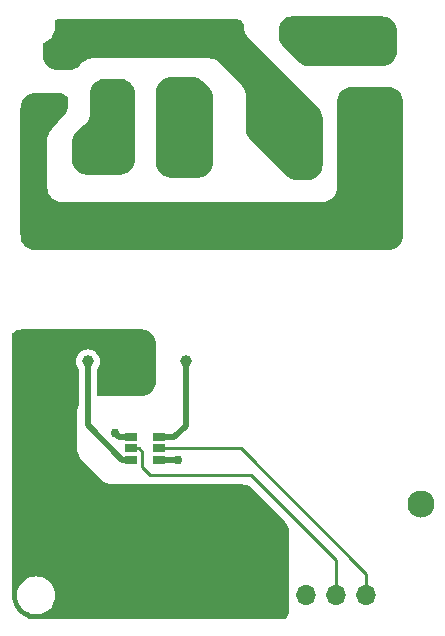
<source format=gbr>
%TF.GenerationSoftware,KiCad,Pcbnew,(5.99.0-11382-g00f1b609c4)*%
%TF.CreationDate,2021-08-15T08:59:13-05:00*%
%TF.ProjectId,reptile-monitor-power,72657074-696c-4652-9d6d-6f6e69746f72,1*%
%TF.SameCoordinates,Original*%
%TF.FileFunction,Copper,L1,Top*%
%TF.FilePolarity,Positive*%
%FSLAX46Y46*%
G04 Gerber Fmt 4.6, Leading zero omitted, Abs format (unit mm)*
G04 Created by KiCad (PCBNEW (5.99.0-11382-g00f1b609c4)) date 2021-08-15 08:59:13*
%MOMM*%
%LPD*%
G01*
G04 APERTURE LIST*
%TA.AperFunction,ComponentPad*%
%ADD10R,1.575000X1.575000*%
%TD*%
%TA.AperFunction,ComponentPad*%
%ADD11C,1.575000*%
%TD*%
%TA.AperFunction,ComponentPad*%
%ADD12R,1.000000X1.000000*%
%TD*%
%TA.AperFunction,ComponentPad*%
%ADD13C,2.167346*%
%TD*%
%TA.AperFunction,ComponentPad*%
%ADD14C,1.000000*%
%TD*%
%TA.AperFunction,ComponentPad*%
%ADD15R,1.700000X1.700000*%
%TD*%
%TA.AperFunction,ComponentPad*%
%ADD16O,1.700000X1.700000*%
%TD*%
%TA.AperFunction,ComponentPad*%
%ADD17R,2.000000X2.300000*%
%TD*%
%TA.AperFunction,ComponentPad*%
%ADD18C,2.300000*%
%TD*%
%TA.AperFunction,ComponentPad*%
%ADD19C,1.600000*%
%TD*%
%TA.AperFunction,ComponentPad*%
%ADD20C,1.875000*%
%TD*%
%TA.AperFunction,SMDPad,CuDef*%
%ADD21R,1.000000X0.700000*%
%TD*%
%TA.AperFunction,ViaPad*%
%ADD22C,0.762000*%
%TD*%
%TA.AperFunction,Conductor*%
%ADD23C,0.508000*%
%TD*%
%TA.AperFunction,Conductor*%
%ADD24C,0.254000*%
%TD*%
G04 APERTURE END LIST*
D10*
%TO.P,F1,1*%
%TO.N,/FUSED_AC_L*%
X158318200Y-59944000D03*
D11*
%TO.P,F1,2*%
%TO.N,LINE*%
X158318200Y-54864000D03*
%TD*%
D12*
%TO.P,K1,1,1*%
%TO.N,+5V*%
X137496982Y-81788000D03*
D13*
%TO.P,K1,2,NO*%
%TO.N,/LOAD2*%
X142196983Y-63287999D03*
%TO.P,K1,3,COM*%
%TO.N,/FUSED_AC_L*%
X142196983Y-70288000D03*
D14*
%TO.P,K1,4,4*%
%TO.N,RLY2*%
X142196983Y-81788000D03*
%TD*%
D15*
%TO.P,J4,1,Pin_1*%
%TO.N,+5V*%
X149870008Y-101600000D03*
D16*
%TO.P,J4,2,Pin_2*%
%TO.N,GND*%
X152410008Y-101600000D03*
%TO.P,J4,3,Pin_3*%
%TO.N,L2*%
X154950008Y-101600000D03*
%TO.P,J4,4,Pin_4*%
%TO.N,L1*%
X157490008Y-101600000D03*
%TD*%
D12*
%TO.P,K2,1,1*%
%TO.N,+5V*%
X129222003Y-81788005D03*
D13*
%TO.P,K2,2,NO*%
%TO.N,/LOAD1*%
X133922004Y-63288004D03*
%TO.P,K2,3,COM*%
%TO.N,/FUSED_AC_L*%
X133922004Y-70288005D03*
D14*
%TO.P,K2,4,4*%
%TO.N,RLY1*%
X133922004Y-81788005D03*
%TD*%
D17*
%TO.P,PS1,1,AC/L*%
%TO.N,/FUSED_AC_L*%
X156901995Y-64452490D03*
D18*
%TO.P,PS1,2,AC/N*%
%TO.N,NEUT*%
X151901995Y-64452490D03*
%TO.P,PS1,3,-Vout*%
%TO.N,GND*%
X162101995Y-93852490D03*
%TO.P,PS1,4,+Vout*%
%TO.N,+5V*%
X146701995Y-93852490D03*
%TD*%
D19*
%TO.P,RV1,1*%
%TO.N,NEUT*%
X132298200Y-55666000D03*
%TO.P,RV1,2*%
%TO.N,/FUSED_AC_L*%
X130998200Y-60666000D03*
%TD*%
D20*
%TO.P,J2,1,Pin_1*%
%TO.N,NEUT*%
X145404510Y-54383991D03*
%TO.P,J2,2,Pin_2*%
%TO.N,/LOAD2*%
X142904510Y-59383991D03*
%TD*%
%TO.P,J1,1,Pin_1*%
%TO.N,LINE*%
X152892989Y-54383991D03*
%TO.P,J1,2,Pin_2*%
%TO.N,NEUT*%
X150392989Y-59383991D03*
%TD*%
%TO.P,J3,1,Pin_1*%
%TO.N,NEUT*%
X137914507Y-54383991D03*
%TO.P,J3,2,Pin_2*%
%TO.N,/LOAD1*%
X135414507Y-59383991D03*
%TD*%
D21*
%TO.P,U1,1,1_Source*%
%TO.N,GND*%
X137560200Y-88204000D03*
%TO.P,U1,2,1_Gate*%
%TO.N,L2*%
X137560200Y-89154000D03*
%TO.P,U1,3,2_Drain*%
%TO.N,RLY1*%
X137560200Y-90104000D03*
%TO.P,U1,4,2_Source*%
%TO.N,GND*%
X139960200Y-90104000D03*
%TO.P,U1,5,2_Gate*%
%TO.N,L1*%
X139960200Y-89154000D03*
%TO.P,U1,6,1_Drain*%
%TO.N,RLY2*%
X139960200Y-88204000D03*
%TD*%
D22*
%TO.N,GND*%
X136220200Y-87884000D03*
X141554200Y-90170000D03*
%TD*%
D23*
%TO.N,GND*%
X139960200Y-90104000D02*
X141488200Y-90104000D01*
X136540200Y-88204000D02*
X136220200Y-87884000D01*
X141488200Y-90104000D02*
X141554200Y-90170000D01*
X137560200Y-88204000D02*
X136540200Y-88204000D01*
%TO.N,RLY2*%
X141234200Y-88204000D02*
X142196983Y-87241217D01*
X139960200Y-88204000D02*
X141234200Y-88204000D01*
X142196983Y-87241217D02*
X142196983Y-81788000D01*
%TO.N,RLY1*%
X133922004Y-87219804D02*
X133922004Y-81788005D01*
X136806200Y-90104000D02*
X133922004Y-87219804D01*
X137560200Y-90104000D02*
X136806200Y-90104000D01*
D24*
%TO.N,L2*%
X139177178Y-91440000D02*
X147771800Y-91440000D01*
X138221222Y-89154000D02*
X138506200Y-89438978D01*
X138506200Y-89438978D02*
X138506200Y-90769022D01*
X138506200Y-90769022D02*
X139177178Y-91440000D01*
X154950000Y-98618200D02*
X154950000Y-101600000D01*
X147771800Y-91440000D02*
X154950000Y-98618200D01*
X137560200Y-89154000D02*
X138221222Y-89154000D01*
%TO.N,L1*%
X157490000Y-99755800D02*
X157490000Y-101600000D01*
X146888200Y-89154000D02*
X157490000Y-99755800D01*
X139960200Y-89154000D02*
X146888200Y-89154000D01*
%TD*%
%TA.AperFunction,Conductor*%
%TO.N,NEUT*%
G36*
X146544889Y-52833078D02*
G01*
X146596076Y-52839817D01*
X146676970Y-52850467D01*
X146708741Y-52858980D01*
X146824124Y-52906773D01*
X146852610Y-52923219D01*
X146951693Y-52999248D01*
X146974952Y-53022507D01*
X147050981Y-53121590D01*
X147067427Y-53150076D01*
X147115220Y-53265459D01*
X147123733Y-53297230D01*
X147141122Y-53429309D01*
X147142200Y-53445756D01*
X147142200Y-53514092D01*
X147166841Y-53763050D01*
X147168654Y-53768996D01*
X147168655Y-53769001D01*
X147188407Y-53833779D01*
X147239806Y-54002347D01*
X147358265Y-54222698D01*
X147517622Y-54415552D01*
X149815954Y-56696340D01*
X150101647Y-56979852D01*
X153417157Y-60270053D01*
X153425535Y-60279229D01*
X153572991Y-60457680D01*
X153586840Y-60478278D01*
X153693490Y-60676662D01*
X153703032Y-60699575D01*
X153768723Y-60915016D01*
X153773588Y-60939355D01*
X153796387Y-61169707D01*
X153797000Y-61182117D01*
X153797000Y-65145493D01*
X153796521Y-65156474D01*
X153778667Y-65360552D01*
X153774853Y-65382182D01*
X153723263Y-65574718D01*
X153715751Y-65595357D01*
X153631508Y-65776015D01*
X153620532Y-65795026D01*
X153521478Y-65936489D01*
X153506196Y-65958314D01*
X153492078Y-65975138D01*
X153351138Y-66116078D01*
X153334314Y-66130196D01*
X153171026Y-66244532D01*
X153152015Y-66255508D01*
X153015716Y-66319066D01*
X152971357Y-66339751D01*
X152950717Y-66347263D01*
X152758178Y-66398854D01*
X152736555Y-66402666D01*
X152580516Y-66416318D01*
X152532474Y-66420521D01*
X152521493Y-66421000D01*
X151609721Y-66421000D01*
X151597407Y-66420397D01*
X151368810Y-66397948D01*
X151344652Y-66393157D01*
X151237690Y-66360811D01*
X151130726Y-66328464D01*
X151107965Y-66319067D01*
X150910705Y-66213992D01*
X150890209Y-66200348D01*
X150712361Y-66054988D01*
X150703208Y-66046728D01*
X147698439Y-63055704D01*
X147690091Y-63046534D01*
X147543162Y-62868231D01*
X147529364Y-62847657D01*
X147423114Y-62649560D01*
X147413608Y-62626684D01*
X147348169Y-62411624D01*
X147343322Y-62387331D01*
X147320610Y-62157414D01*
X147320000Y-62145028D01*
X147320000Y-59375021D01*
X147297245Y-59135691D01*
X147229797Y-58904937D01*
X147120072Y-58691028D01*
X146972002Y-58501629D01*
X145691180Y-57149521D01*
X145106671Y-56532480D01*
X145106663Y-56532472D01*
X145104898Y-56530609D01*
X145076364Y-56505010D01*
X144955268Y-56396373D01*
X144951456Y-56392953D01*
X144777766Y-56281935D01*
X144588403Y-56200478D01*
X144583433Y-56199242D01*
X144393328Y-56151966D01*
X144393323Y-56151965D01*
X144388356Y-56150730D01*
X144182897Y-56134000D01*
X134315200Y-56134000D01*
X134312302Y-56134269D01*
X134312291Y-56134270D01*
X134086832Y-56155237D01*
X134086831Y-56155237D01*
X134081015Y-56155778D01*
X133992181Y-56181148D01*
X133860484Y-56218760D01*
X133860480Y-56218761D01*
X133854862Y-56220366D01*
X133644496Y-56325549D01*
X133457134Y-56467719D01*
X133242891Y-56704138D01*
X133149135Y-56807598D01*
X133131932Y-56823363D01*
X132963238Y-56951368D01*
X132943427Y-56963689D01*
X132754018Y-57058394D01*
X132732273Y-57066851D01*
X132528650Y-57125005D01*
X132505720Y-57129307D01*
X132289018Y-57149459D01*
X132277351Y-57150000D01*
X131399707Y-57150000D01*
X131388726Y-57149521D01*
X131340684Y-57145318D01*
X131184645Y-57131666D01*
X131163022Y-57127854D01*
X130970483Y-57076263D01*
X130949843Y-57068751D01*
X130927007Y-57058102D01*
X130769185Y-56984508D01*
X130750174Y-56973532D01*
X130586886Y-56859196D01*
X130570062Y-56845078D01*
X130429122Y-56704138D01*
X130415004Y-56687314D01*
X130399722Y-56665489D01*
X130300668Y-56524026D01*
X130289692Y-56505015D01*
X130205449Y-56324357D01*
X130197937Y-56303718D01*
X130158727Y-56157383D01*
X130146346Y-56111178D01*
X130142533Y-56089552D01*
X130124679Y-55885474D01*
X130124200Y-55874493D01*
X130124200Y-54923235D01*
X130144202Y-54855114D01*
X130201981Y-54806827D01*
X130231094Y-54794768D01*
X130267928Y-54779511D01*
X130267932Y-54779509D01*
X130272502Y-54777616D01*
X130488376Y-54645328D01*
X130680898Y-54480898D01*
X130845328Y-54288376D01*
X130977616Y-54072502D01*
X131042277Y-53916398D01*
X131072611Y-53843164D01*
X131072612Y-53843162D01*
X131074505Y-53838591D01*
X131108176Y-53698341D01*
X131132454Y-53597216D01*
X131132455Y-53597210D01*
X131133609Y-53592403D01*
X131153474Y-53340000D01*
X131133609Y-53087597D01*
X131127115Y-53060545D01*
X131113006Y-53001778D01*
X131116553Y-52930870D01*
X131157873Y-52873136D01*
X131224543Y-52846843D01*
X131388725Y-52832479D01*
X131399707Y-52832000D01*
X146528444Y-52832000D01*
X146544889Y-52833078D01*
G37*
%TD.AperFunction*%
%TD*%
%TA.AperFunction,Conductor*%
%TO.N,LINE*%
G36*
X158831674Y-52578479D02*
G01*
X158879716Y-52582682D01*
X159035755Y-52596334D01*
X159057378Y-52600146D01*
X159207825Y-52640458D01*
X159249918Y-52651737D01*
X159270558Y-52659249D01*
X159451215Y-52743492D01*
X159470226Y-52754468D01*
X159497451Y-52773531D01*
X159633514Y-52868804D01*
X159650338Y-52882922D01*
X159791278Y-53023862D01*
X159805396Y-53040686D01*
X159919732Y-53203974D01*
X159930708Y-53222985D01*
X160004302Y-53380807D01*
X160014951Y-53403643D01*
X160022463Y-53424282D01*
X160074053Y-53616818D01*
X160077867Y-53638448D01*
X160095721Y-53842526D01*
X160096200Y-53853507D01*
X160096200Y-55493493D01*
X160095721Y-55504474D01*
X160077867Y-55708552D01*
X160074053Y-55730182D01*
X160022463Y-55922718D01*
X160014951Y-55943357D01*
X159930708Y-56124015D01*
X159919732Y-56143026D01*
X159820678Y-56284489D01*
X159805396Y-56306314D01*
X159791278Y-56323138D01*
X159650338Y-56464078D01*
X159633514Y-56478196D01*
X159470226Y-56592532D01*
X159451215Y-56603508D01*
X159313777Y-56667597D01*
X159270557Y-56687751D01*
X159249917Y-56695263D01*
X159057378Y-56746854D01*
X159035755Y-56750666D01*
X158879716Y-56764318D01*
X158831674Y-56768521D01*
X158820693Y-56769000D01*
X152624168Y-56769000D01*
X152611886Y-56768400D01*
X152430824Y-56750667D01*
X152383885Y-56746070D01*
X152359789Y-56741304D01*
X152146376Y-56676946D01*
X152123669Y-56667599D01*
X151926786Y-56563051D01*
X151906325Y-56549476D01*
X151728680Y-56404816D01*
X151719537Y-56396597D01*
X150494323Y-55182017D01*
X150485935Y-55172839D01*
X150338298Y-54994336D01*
X150324432Y-54973730D01*
X150217643Y-54775245D01*
X150208092Y-54752325D01*
X150142315Y-54536756D01*
X150137444Y-54512412D01*
X150114613Y-54281888D01*
X150114000Y-54269470D01*
X150114000Y-53697685D01*
X150114607Y-53685335D01*
X150134179Y-53486620D01*
X150138998Y-53462394D01*
X150195160Y-53277254D01*
X150204612Y-53254434D01*
X150295808Y-53083817D01*
X150309531Y-53063279D01*
X150432264Y-52913729D01*
X150449729Y-52896264D01*
X150599279Y-52773531D01*
X150619817Y-52759808D01*
X150790434Y-52668612D01*
X150813254Y-52659160D01*
X150998394Y-52602998D01*
X151022619Y-52598179D01*
X151221335Y-52578607D01*
X151233685Y-52578000D01*
X158820693Y-52578000D01*
X158831674Y-52578479D01*
G37*
%TD.AperFunction*%
%TD*%
%TA.AperFunction,Conductor*%
%TO.N,/FUSED_AC_L*%
G36*
X159339674Y-58547479D02*
G01*
X159387716Y-58551682D01*
X159543755Y-58565334D01*
X159565378Y-58569146D01*
X159715825Y-58609458D01*
X159757918Y-58620737D01*
X159778558Y-58628249D01*
X159959215Y-58712492D01*
X159978226Y-58723468D01*
X160119689Y-58822522D01*
X160141514Y-58837804D01*
X160158338Y-58851922D01*
X160299278Y-58992862D01*
X160313396Y-59009686D01*
X160427732Y-59172974D01*
X160438708Y-59191985D01*
X160457121Y-59231471D01*
X160522951Y-59372643D01*
X160530463Y-59393282D01*
X160561379Y-59508660D01*
X160582053Y-59585818D01*
X160585866Y-59607445D01*
X160592299Y-59680969D01*
X160603721Y-59811526D01*
X160604200Y-59822507D01*
X160604200Y-71114493D01*
X160603721Y-71125474D01*
X160585867Y-71329552D01*
X160582053Y-71351182D01*
X160530463Y-71543718D01*
X160522951Y-71564357D01*
X160438708Y-71745015D01*
X160427732Y-71764026D01*
X160328678Y-71905489D01*
X160313396Y-71927314D01*
X160299278Y-71944138D01*
X160158338Y-72085078D01*
X160141514Y-72099196D01*
X159978226Y-72213532D01*
X159959215Y-72224508D01*
X159801393Y-72298102D01*
X159778557Y-72308751D01*
X159757917Y-72316263D01*
X159565378Y-72367854D01*
X159543755Y-72371666D01*
X159387716Y-72385318D01*
X159339674Y-72389521D01*
X159328693Y-72390000D01*
X129494707Y-72390000D01*
X129483726Y-72389521D01*
X129435684Y-72385318D01*
X129279645Y-72371666D01*
X129258022Y-72367854D01*
X129065483Y-72316263D01*
X129044843Y-72308751D01*
X129022007Y-72298102D01*
X128864185Y-72224508D01*
X128845174Y-72213532D01*
X128681886Y-72099196D01*
X128665062Y-72085078D01*
X128524122Y-71944138D01*
X128510004Y-71927314D01*
X128494722Y-71905489D01*
X128395668Y-71764026D01*
X128384692Y-71745015D01*
X128300449Y-71564357D01*
X128292937Y-71543718D01*
X128241347Y-71351182D01*
X128237533Y-71329552D01*
X128219679Y-71125474D01*
X128219200Y-71114493D01*
X128219200Y-60330507D01*
X128219679Y-60319526D01*
X128237533Y-60115448D01*
X128241347Y-60093818D01*
X128243896Y-60084308D01*
X128292937Y-59901282D01*
X128300449Y-59880643D01*
X128333404Y-59809971D01*
X128384692Y-59699985D01*
X128395668Y-59680974D01*
X128510004Y-59517686D01*
X128524122Y-59500862D01*
X128665062Y-59359922D01*
X128681886Y-59345804D01*
X128703711Y-59330522D01*
X128845174Y-59231468D01*
X128864185Y-59220492D01*
X129044842Y-59136249D01*
X129065482Y-59128737D01*
X129107575Y-59117458D01*
X129258022Y-59077146D01*
X129279645Y-59073334D01*
X129435684Y-59059682D01*
X129483726Y-59055479D01*
X129494707Y-59055000D01*
X131514121Y-59055000D01*
X131528229Y-59055792D01*
X131676657Y-59072516D01*
X131704163Y-59078794D01*
X131838416Y-59125772D01*
X131863835Y-59138013D01*
X131984282Y-59213694D01*
X132006342Y-59231287D01*
X132106913Y-59331858D01*
X132124506Y-59353918D01*
X132200187Y-59474365D01*
X132212428Y-59499784D01*
X132250102Y-59607448D01*
X132259405Y-59634035D01*
X132265684Y-59661543D01*
X132282408Y-59809971D01*
X132283200Y-59824079D01*
X132283200Y-60072498D01*
X132282645Y-60084308D01*
X132261998Y-60303624D01*
X132257590Y-60326829D01*
X132198024Y-60532734D01*
X132189363Y-60554707D01*
X132092416Y-60745878D01*
X132079805Y-60765850D01*
X131945257Y-60940268D01*
X131937605Y-60949280D01*
X130846760Y-62118043D01*
X130701348Y-62306544D01*
X130698671Y-62311823D01*
X130698669Y-62311826D01*
X130596346Y-62513598D01*
X130596344Y-62513603D01*
X130593672Y-62518872D01*
X130527514Y-62747565D01*
X130505200Y-62984587D01*
X130505200Y-67056000D01*
X130524494Y-67276533D01*
X130581790Y-67490366D01*
X130584112Y-67495346D01*
X130584113Y-67495348D01*
X130673022Y-67686013D01*
X130673025Y-67686018D01*
X130675348Y-67691000D01*
X130802324Y-67872340D01*
X130958860Y-68028876D01*
X130963368Y-68032033D01*
X130963371Y-68032035D01*
X131038828Y-68084871D01*
X131140200Y-68155852D01*
X131145182Y-68158175D01*
X131145187Y-68158178D01*
X131335852Y-68247087D01*
X131340834Y-68249410D01*
X131346142Y-68250832D01*
X131346144Y-68250833D01*
X131549352Y-68305282D01*
X131549354Y-68305282D01*
X131554667Y-68306706D01*
X131682837Y-68317919D01*
X131772476Y-68325762D01*
X131772483Y-68325762D01*
X131775200Y-68326000D01*
X153746200Y-68326000D01*
X153748917Y-68325762D01*
X153748924Y-68325762D01*
X153838563Y-68317919D01*
X153966733Y-68306706D01*
X153972046Y-68305282D01*
X153972048Y-68305282D01*
X154175256Y-68250833D01*
X154175258Y-68250832D01*
X154180566Y-68249410D01*
X154185548Y-68247087D01*
X154376213Y-68158178D01*
X154376218Y-68158175D01*
X154381200Y-68155852D01*
X154482572Y-68084871D01*
X154558029Y-68032035D01*
X154558032Y-68032033D01*
X154562540Y-68028876D01*
X154719076Y-67872340D01*
X154846052Y-67691000D01*
X154848375Y-67686018D01*
X154848378Y-67686013D01*
X154937287Y-67495348D01*
X154937288Y-67495346D01*
X154939610Y-67490366D01*
X154996906Y-67276533D01*
X155016200Y-67056000D01*
X155016200Y-59822507D01*
X155016679Y-59811526D01*
X155028101Y-59680969D01*
X155034534Y-59607445D01*
X155038347Y-59585818D01*
X155059022Y-59508660D01*
X155089937Y-59393282D01*
X155097449Y-59372643D01*
X155163279Y-59231471D01*
X155181692Y-59191985D01*
X155192668Y-59172974D01*
X155307004Y-59009686D01*
X155321122Y-58992862D01*
X155462062Y-58851922D01*
X155478886Y-58837804D01*
X155500711Y-58822522D01*
X155642174Y-58723468D01*
X155661185Y-58712492D01*
X155841842Y-58628249D01*
X155862482Y-58620737D01*
X155904575Y-58609458D01*
X156055022Y-58569146D01*
X156076645Y-58565334D01*
X156232684Y-58551682D01*
X156280726Y-58547479D01*
X156291707Y-58547000D01*
X159328693Y-58547000D01*
X159339674Y-58547479D01*
G37*
%TD.AperFunction*%
%TD*%
%TA.AperFunction,Conductor*%
%TO.N,/LOAD1*%
G36*
X136642474Y-57846475D02*
G01*
X136690516Y-57850678D01*
X136846555Y-57864330D01*
X136868178Y-57868142D01*
X137018625Y-57908454D01*
X137060718Y-57919733D01*
X137081358Y-57927245D01*
X137262015Y-58011488D01*
X137281026Y-58022464D01*
X137422489Y-58121518D01*
X137444314Y-58136800D01*
X137461138Y-58150918D01*
X137602078Y-58291858D01*
X137616196Y-58308682D01*
X137730532Y-58471970D01*
X137741508Y-58490981D01*
X137815102Y-58648803D01*
X137825751Y-58671639D01*
X137833263Y-58692278D01*
X137884853Y-58884814D01*
X137888667Y-58906444D01*
X137906521Y-59110522D01*
X137907000Y-59121503D01*
X137907000Y-64698489D01*
X137906521Y-64709470D01*
X137888667Y-64913548D01*
X137884853Y-64935178D01*
X137833263Y-65127714D01*
X137825751Y-65148353D01*
X137741508Y-65329011D01*
X137730532Y-65348022D01*
X137631478Y-65489485D01*
X137616196Y-65511310D01*
X137602078Y-65528134D01*
X137461138Y-65669074D01*
X137444314Y-65683192D01*
X137281026Y-65797528D01*
X137262015Y-65808504D01*
X137104193Y-65882098D01*
X137081357Y-65892747D01*
X137060717Y-65900259D01*
X136868178Y-65951850D01*
X136846555Y-65955662D01*
X136690516Y-65969314D01*
X136642474Y-65973517D01*
X136631493Y-65973996D01*
X133848507Y-65973996D01*
X133837526Y-65973517D01*
X133789484Y-65969314D01*
X133633445Y-65955662D01*
X133611822Y-65951850D01*
X133419283Y-65900259D01*
X133398643Y-65892747D01*
X133375807Y-65882098D01*
X133217985Y-65808504D01*
X133198974Y-65797528D01*
X133035686Y-65683192D01*
X133018862Y-65669074D01*
X132877922Y-65528134D01*
X132863804Y-65511310D01*
X132848522Y-65489485D01*
X132749468Y-65348022D01*
X132738492Y-65329011D01*
X132654249Y-65148353D01*
X132646737Y-65127714D01*
X132595147Y-64935178D01*
X132591333Y-64913548D01*
X132573479Y-64709470D01*
X132573000Y-64698489D01*
X132573000Y-63272357D01*
X132573483Y-63261333D01*
X132591476Y-63056471D01*
X132595320Y-63034760D01*
X132647305Y-62841536D01*
X132654874Y-62820827D01*
X132739749Y-62639616D01*
X132750812Y-62620544D01*
X132865975Y-62456903D01*
X132880193Y-62440052D01*
X133026049Y-62295084D01*
X133034209Y-62287655D01*
X133637916Y-61784566D01*
X133640034Y-61782801D01*
X133797657Y-61626138D01*
X133925557Y-61444398D01*
X134019819Y-61243145D01*
X134077556Y-61028542D01*
X134097000Y-60807160D01*
X134097000Y-59121503D01*
X134097479Y-59110522D01*
X134115333Y-58906444D01*
X134119147Y-58884814D01*
X134170737Y-58692278D01*
X134178249Y-58671639D01*
X134188898Y-58648803D01*
X134262492Y-58490981D01*
X134273468Y-58471970D01*
X134387804Y-58308682D01*
X134401922Y-58291858D01*
X134542862Y-58150918D01*
X134559686Y-58136800D01*
X134581511Y-58121518D01*
X134722974Y-58022464D01*
X134741985Y-58011488D01*
X134922642Y-57927245D01*
X134943282Y-57919733D01*
X134985375Y-57908454D01*
X135135822Y-57868142D01*
X135157445Y-57864330D01*
X135313484Y-57850678D01*
X135361526Y-57846475D01*
X135372507Y-57845996D01*
X136631493Y-57845996D01*
X136642474Y-57846475D01*
G37*
%TD.AperFunction*%
%TD*%
%TA.AperFunction,Conductor*%
%TO.N,+5V*%
G36*
X138435474Y-79081479D02*
G01*
X138483516Y-79085682D01*
X138639555Y-79099334D01*
X138661178Y-79103146D01*
X138811625Y-79143458D01*
X138853718Y-79154737D01*
X138874358Y-79162249D01*
X139055015Y-79246492D01*
X139074026Y-79257468D01*
X139215489Y-79356522D01*
X139237314Y-79371804D01*
X139254138Y-79385922D01*
X139395078Y-79526862D01*
X139409196Y-79543686D01*
X139523532Y-79706974D01*
X139534508Y-79725985D01*
X139608102Y-79883807D01*
X139618751Y-79906643D01*
X139626263Y-79927282D01*
X139677853Y-80119818D01*
X139681667Y-80141448D01*
X139699521Y-80345526D01*
X139700000Y-80356507D01*
X139700000Y-83433493D01*
X139699521Y-83444474D01*
X139681667Y-83648552D01*
X139677853Y-83670182D01*
X139626263Y-83862718D01*
X139618751Y-83883357D01*
X139534508Y-84064015D01*
X139523532Y-84083026D01*
X139424478Y-84224489D01*
X139409196Y-84246314D01*
X139395078Y-84263138D01*
X139254138Y-84404078D01*
X139237314Y-84418196D01*
X139074026Y-84532532D01*
X139055015Y-84543508D01*
X138897193Y-84617102D01*
X138874357Y-84627751D01*
X138853718Y-84635263D01*
X138811625Y-84646542D01*
X138661178Y-84686854D01*
X138639555Y-84690666D01*
X138483516Y-84704318D01*
X138435474Y-84708521D01*
X138424493Y-84709000D01*
X134810504Y-84709000D01*
X134742383Y-84688998D01*
X134695890Y-84635342D01*
X134684504Y-84583000D01*
X134684504Y-82494981D01*
X134704506Y-82426860D01*
X134715123Y-82412650D01*
X134750082Y-82372150D01*
X134847773Y-82200184D01*
X134910201Y-82012518D01*
X134934989Y-81816300D01*
X134935384Y-81788005D01*
X134916084Y-81591172D01*
X134858920Y-81401836D01*
X134766070Y-81227209D01*
X134695713Y-81140943D01*
X134644964Y-81078718D01*
X134644961Y-81078715D01*
X134641069Y-81073943D01*
X134634728Y-81068697D01*
X134493429Y-80951804D01*
X134493425Y-80951802D01*
X134488679Y-80947875D01*
X134314705Y-80853807D01*
X134125772Y-80795323D01*
X134119647Y-80794679D01*
X134119646Y-80794679D01*
X133935208Y-80775294D01*
X133935206Y-80775294D01*
X133929079Y-80774650D01*
X133846580Y-80782158D01*
X133738255Y-80792016D01*
X133738252Y-80792017D01*
X133732116Y-80792575D01*
X133726210Y-80794313D01*
X133726206Y-80794314D01*
X133621080Y-80825254D01*
X133542385Y-80848415D01*
X133536927Y-80851268D01*
X133536923Y-80851270D01*
X133446151Y-80898725D01*
X133367114Y-80940045D01*
X133212979Y-81063973D01*
X133085850Y-81215479D01*
X133082883Y-81220877D01*
X133082879Y-81220882D01*
X133079404Y-81227204D01*
X132990571Y-81388792D01*
X132988710Y-81394659D01*
X132988709Y-81394661D01*
X132932631Y-81571441D01*
X132930769Y-81577311D01*
X132908723Y-81773856D01*
X132925272Y-81970939D01*
X132979787Y-82161055D01*
X133070191Y-82336961D01*
X133074017Y-82341788D01*
X133132250Y-82415261D01*
X133158887Y-82481071D01*
X133159504Y-82493525D01*
X133159504Y-85435823D01*
X133147698Y-85489074D01*
X133121790Y-85544634D01*
X133064494Y-85758467D01*
X133045200Y-85979000D01*
X133045200Y-89262949D01*
X133069603Y-89510713D01*
X133141873Y-89748957D01*
X133259234Y-89968523D01*
X133417174Y-90160974D01*
X135086226Y-91830026D01*
X135278677Y-91987966D01*
X135498243Y-92105327D01*
X135504163Y-92107123D01*
X135504166Y-92107124D01*
X135730565Y-92175801D01*
X135730569Y-92175802D01*
X135736487Y-92177597D01*
X135742650Y-92178204D01*
X135981171Y-92201697D01*
X135981178Y-92201697D01*
X135984251Y-92202000D01*
X146978512Y-92202000D01*
X146988626Y-92202407D01*
X147176695Y-92217552D01*
X147196650Y-92220787D01*
X147374942Y-92264621D01*
X147394134Y-92271011D01*
X147563114Y-92342811D01*
X147581031Y-92352188D01*
X147736342Y-92450103D01*
X147752532Y-92462230D01*
X147893977Y-92587095D01*
X147901288Y-92594091D01*
X150592212Y-95384679D01*
X150600149Y-95393741D01*
X150740152Y-95569979D01*
X150753278Y-95590216D01*
X150854305Y-95784502D01*
X150863335Y-95806876D01*
X150925473Y-96016860D01*
X150930072Y-96040541D01*
X150951621Y-96264558D01*
X150952200Y-96276623D01*
X150952200Y-102824493D01*
X150951721Y-102835474D01*
X150933871Y-103039511D01*
X150933867Y-103039552D01*
X150930054Y-103061178D01*
X150894879Y-103192454D01*
X150878463Y-103253718D01*
X150870951Y-103274357D01*
X150786708Y-103455015D01*
X150775732Y-103474026D01*
X150702739Y-103578271D01*
X150647282Y-103622599D01*
X150599526Y-103632000D01*
X129588425Y-103632000D01*
X129569395Y-103630555D01*
X129553674Y-103628153D01*
X129544805Y-103626798D01*
X129528584Y-103628966D01*
X129503986Y-103629827D01*
X129281532Y-103615831D01*
X129265127Y-103613711D01*
X129020577Y-103565611D01*
X129004591Y-103561360D01*
X128768440Y-103481636D01*
X128753149Y-103475328D01*
X128529486Y-103365361D01*
X128515153Y-103357104D01*
X128307824Y-103218785D01*
X128294696Y-103208722D01*
X128269295Y-103186456D01*
X128107262Y-103044426D01*
X128095569Y-103032733D01*
X127981078Y-102902117D01*
X127931278Y-102845304D01*
X127921215Y-102832176D01*
X127782895Y-102624847D01*
X127774638Y-102610513D01*
X127664669Y-102386845D01*
X127658361Y-102371555D01*
X127578640Y-102135413D01*
X127574389Y-102119427D01*
X127526288Y-101874873D01*
X127524168Y-101858468D01*
X127510622Y-101643175D01*
X127511702Y-101620343D01*
X127511758Y-101616604D01*
X127513165Y-101607735D01*
X127512176Y-101600000D01*
X127926526Y-101600000D01*
X127946391Y-101852403D01*
X127947545Y-101857210D01*
X127947546Y-101857216D01*
X127962144Y-101918021D01*
X128005495Y-102098591D01*
X128007388Y-102103162D01*
X128007389Y-102103164D01*
X128014126Y-102119427D01*
X128102384Y-102332502D01*
X128234672Y-102548376D01*
X128399102Y-102740898D01*
X128591624Y-102905328D01*
X128807498Y-103037616D01*
X128812068Y-103039509D01*
X128812072Y-103039511D01*
X129036836Y-103132611D01*
X129041409Y-103134505D01*
X129126032Y-103154821D01*
X129282784Y-103192454D01*
X129282790Y-103192455D01*
X129287597Y-103193609D01*
X129540000Y-103213474D01*
X129792403Y-103193609D01*
X129797210Y-103192455D01*
X129797216Y-103192454D01*
X129953968Y-103154821D01*
X130038591Y-103134505D01*
X130043164Y-103132611D01*
X130267928Y-103039511D01*
X130267932Y-103039509D01*
X130272502Y-103037616D01*
X130488376Y-102905328D01*
X130680898Y-102740898D01*
X130845328Y-102548376D01*
X130977616Y-102332502D01*
X131065875Y-102119427D01*
X131072611Y-102103164D01*
X131072612Y-102103162D01*
X131074505Y-102098591D01*
X131117856Y-101918021D01*
X131132454Y-101857216D01*
X131132455Y-101857210D01*
X131133609Y-101852403D01*
X131153474Y-101600000D01*
X131133609Y-101347597D01*
X131074505Y-101101409D01*
X130977616Y-100867498D01*
X130845328Y-100651624D01*
X130680898Y-100459102D01*
X130488376Y-100294672D01*
X130272502Y-100162384D01*
X130267932Y-100160491D01*
X130267928Y-100160489D01*
X130043164Y-100067389D01*
X130043162Y-100067388D01*
X130038591Y-100065495D01*
X129953968Y-100045179D01*
X129797216Y-100007546D01*
X129797210Y-100007545D01*
X129792403Y-100006391D01*
X129540000Y-99986526D01*
X129287597Y-100006391D01*
X129282790Y-100007545D01*
X129282784Y-100007546D01*
X129126032Y-100045179D01*
X129041409Y-100065495D01*
X129036838Y-100067388D01*
X129036836Y-100067389D01*
X128812072Y-100160489D01*
X128812068Y-100160491D01*
X128807498Y-100162384D01*
X128591624Y-100294672D01*
X128399102Y-100459102D01*
X128234672Y-100651624D01*
X128102384Y-100867498D01*
X128005495Y-101101409D01*
X127946391Y-101347597D01*
X127926526Y-101600000D01*
X127512176Y-101600000D01*
X127509018Y-101575302D01*
X127508000Y-101559321D01*
X127508000Y-79487974D01*
X127528002Y-79419853D01*
X127544905Y-79398879D01*
X127557862Y-79385922D01*
X127574686Y-79371804D01*
X127596511Y-79356522D01*
X127737974Y-79257468D01*
X127756985Y-79246492D01*
X127937642Y-79162249D01*
X127958282Y-79154737D01*
X128000375Y-79143458D01*
X128150822Y-79103146D01*
X128172445Y-79099334D01*
X128328484Y-79085682D01*
X128376526Y-79081479D01*
X128387507Y-79081000D01*
X138424493Y-79081000D01*
X138435474Y-79081479D01*
G37*
%TD.AperFunction*%
%TD*%
%TA.AperFunction,Conductor*%
%TO.N,/LOAD2*%
G36*
X142745776Y-57719583D02*
G01*
X142971231Y-57741414D01*
X142995067Y-57746073D01*
X143136547Y-57788229D01*
X143206300Y-57809013D01*
X143228796Y-57818158D01*
X143424030Y-57920457D01*
X143444343Y-57933741D01*
X143621111Y-58075436D01*
X143630192Y-58083464D01*
X144103669Y-58544639D01*
X144137619Y-58577707D01*
X144146176Y-58586917D01*
X144296831Y-58766238D01*
X144310989Y-58786980D01*
X144420064Y-58987070D01*
X144429826Y-59010207D01*
X144497051Y-59227943D01*
X144502032Y-59252557D01*
X144525373Y-59485606D01*
X144526000Y-59498163D01*
X144526000Y-64952489D01*
X144525521Y-64963470D01*
X144507667Y-65167548D01*
X144503853Y-65189178D01*
X144452263Y-65381714D01*
X144444751Y-65402353D01*
X144360508Y-65583011D01*
X144349532Y-65602022D01*
X144250478Y-65743485D01*
X144235196Y-65765310D01*
X144221078Y-65782134D01*
X144080138Y-65923074D01*
X144063314Y-65937192D01*
X143900026Y-66051528D01*
X143881015Y-66062504D01*
X143723193Y-66136098D01*
X143700357Y-66146747D01*
X143679717Y-66154259D01*
X143487178Y-66205850D01*
X143465555Y-66209662D01*
X143309516Y-66223314D01*
X143261474Y-66227517D01*
X143250493Y-66227996D01*
X140975507Y-66227996D01*
X140964526Y-66227517D01*
X140916484Y-66223314D01*
X140760445Y-66209662D01*
X140738822Y-66205850D01*
X140546283Y-66154259D01*
X140525643Y-66146747D01*
X140502807Y-66136098D01*
X140344985Y-66062504D01*
X140325974Y-66051528D01*
X140162686Y-65937192D01*
X140145862Y-65923074D01*
X140004922Y-65782134D01*
X139990804Y-65765310D01*
X139975522Y-65743485D01*
X139876468Y-65602022D01*
X139865492Y-65583011D01*
X139781249Y-65402353D01*
X139773737Y-65381714D01*
X139722147Y-65189178D01*
X139718333Y-65167548D01*
X139700479Y-64963470D01*
X139700000Y-64952489D01*
X139700000Y-58994503D01*
X139700479Y-58983522D01*
X139718333Y-58779444D01*
X139722147Y-58757814D01*
X139773737Y-58565278D01*
X139781249Y-58544639D01*
X139791898Y-58521803D01*
X139865492Y-58363981D01*
X139876468Y-58344970D01*
X139990804Y-58181682D01*
X140004922Y-58164858D01*
X140145862Y-58023918D01*
X140162686Y-58009800D01*
X140271299Y-57933748D01*
X140325974Y-57895464D01*
X140344985Y-57884488D01*
X140525642Y-57800245D01*
X140546282Y-57792733D01*
X140588375Y-57781454D01*
X140738822Y-57741142D01*
X140760445Y-57737330D01*
X140916484Y-57723678D01*
X140964526Y-57719475D01*
X140975507Y-57718996D01*
X142733632Y-57718996D01*
X142745776Y-57719583D01*
G37*
%TD.AperFunction*%
%TD*%
M02*

</source>
